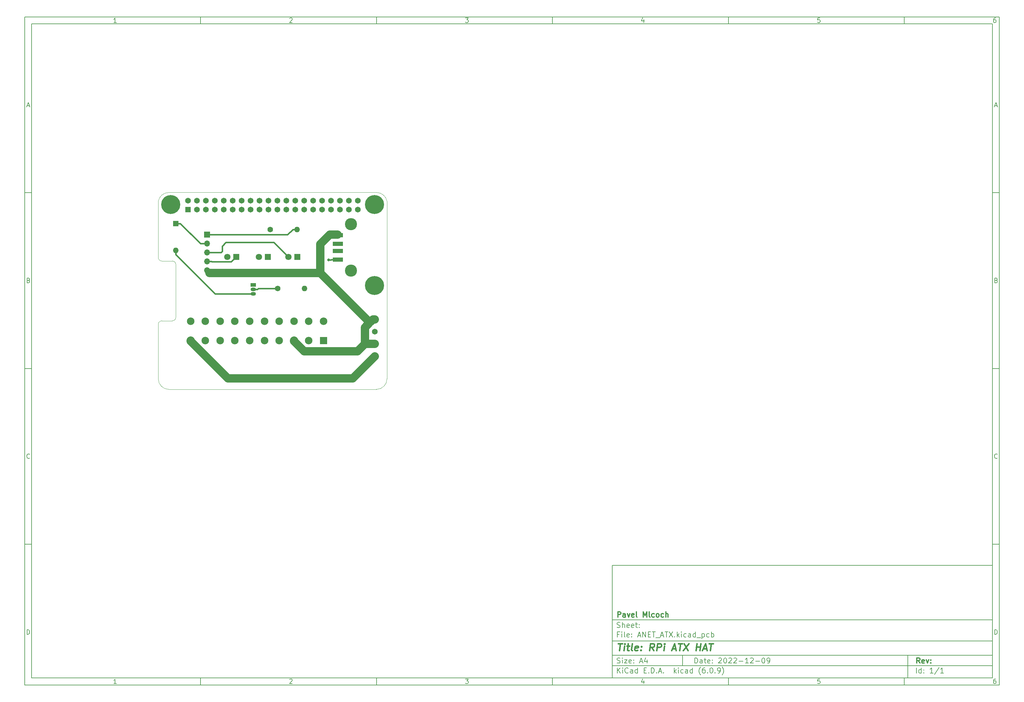
<source format=gbr>
%TF.GenerationSoftware,KiCad,Pcbnew,(6.0.9)*%
%TF.CreationDate,2022-12-14T14:47:33+01:00*%
%TF.ProjectId,ANET_ATX,414e4554-5f41-4545-982e-6b696361645f,rev?*%
%TF.SameCoordinates,Original*%
%TF.FileFunction,Copper,L1,Top*%
%TF.FilePolarity,Positive*%
%FSLAX46Y46*%
G04 Gerber Fmt 4.6, Leading zero omitted, Abs format (unit mm)*
G04 Created by KiCad (PCBNEW (6.0.9)) date 2022-12-14 14:47:33*
%MOMM*%
%LPD*%
G01*
G04 APERTURE LIST*
%ADD10C,0.100000*%
%ADD11C,0.150000*%
%ADD12C,0.300000*%
%ADD13C,0.400000*%
%TA.AperFunction,Profile*%
%ADD14C,0.100000*%
%TD*%
%TA.AperFunction,ComponentPad*%
%ADD15R,1.600000X1.600000*%
%TD*%
%TA.AperFunction,ComponentPad*%
%ADD16O,1.600000X1.600000*%
%TD*%
%TA.AperFunction,ComponentPad*%
%ADD17C,1.650000*%
%TD*%
%TA.AperFunction,ComponentPad*%
%ADD18R,2.150000X2.150000*%
%TD*%
%TA.AperFunction,ComponentPad*%
%ADD19C,2.150000*%
%TD*%
%TA.AperFunction,ComponentPad*%
%ADD20R,1.700000X1.700000*%
%TD*%
%TA.AperFunction,ComponentPad*%
%ADD21O,1.700000X1.700000*%
%TD*%
%TA.AperFunction,ConnectorPad*%
%ADD22C,5.400000*%
%TD*%
%TA.AperFunction,ComponentPad*%
%ADD23C,3.100000*%
%TD*%
%TA.AperFunction,ComponentPad*%
%ADD24R,1.800000X1.800000*%
%TD*%
%TA.AperFunction,ComponentPad*%
%ADD25C,1.800000*%
%TD*%
%TA.AperFunction,ComponentPad*%
%ADD26C,1.600000*%
%TD*%
%TA.AperFunction,SMDPad,CuDef*%
%ADD27R,3.000000X1.250000*%
%TD*%
%TA.AperFunction,ComponentPad*%
%ADD28C,3.450000*%
%TD*%
%TA.AperFunction,ComponentPad*%
%ADD29R,1.650000X1.650000*%
%TD*%
%TA.AperFunction,ComponentPad*%
%ADD30R,1.500000X1.050000*%
%TD*%
%TA.AperFunction,ComponentPad*%
%ADD31O,1.500000X1.050000*%
%TD*%
%TA.AperFunction,ViaPad*%
%ADD32C,0.800000*%
%TD*%
%TA.AperFunction,Conductor*%
%ADD33C,0.440000*%
%TD*%
%TA.AperFunction,Conductor*%
%ADD34C,2.400000*%
%TD*%
%TA.AperFunction,Conductor*%
%ADD35C,1.699800*%
%TD*%
%TA.AperFunction,Conductor*%
%ADD36C,1.249800*%
%TD*%
G04 APERTURE END LIST*
D10*
D11*
X177002200Y-166007200D02*
X177002200Y-198007200D01*
X285002200Y-198007200D01*
X285002200Y-166007200D01*
X177002200Y-166007200D01*
D10*
D11*
X10000000Y-10000000D02*
X10000000Y-200007200D01*
X287002200Y-200007200D01*
X287002200Y-10000000D01*
X10000000Y-10000000D01*
D10*
D11*
X12000000Y-12000000D02*
X12000000Y-198007200D01*
X285002200Y-198007200D01*
X285002200Y-12000000D01*
X12000000Y-12000000D01*
D10*
D11*
X60000000Y-12000000D02*
X60000000Y-10000000D01*
D10*
D11*
X110000000Y-12000000D02*
X110000000Y-10000000D01*
D10*
D11*
X160000000Y-12000000D02*
X160000000Y-10000000D01*
D10*
D11*
X210000000Y-12000000D02*
X210000000Y-10000000D01*
D10*
D11*
X260000000Y-12000000D02*
X260000000Y-10000000D01*
D10*
D11*
X36065476Y-11588095D02*
X35322619Y-11588095D01*
X35694047Y-11588095D02*
X35694047Y-10288095D01*
X35570238Y-10473809D01*
X35446428Y-10597619D01*
X35322619Y-10659523D01*
D10*
D11*
X85322619Y-10411904D02*
X85384523Y-10350000D01*
X85508333Y-10288095D01*
X85817857Y-10288095D01*
X85941666Y-10350000D01*
X86003571Y-10411904D01*
X86065476Y-10535714D01*
X86065476Y-10659523D01*
X86003571Y-10845238D01*
X85260714Y-11588095D01*
X86065476Y-11588095D01*
D10*
D11*
X135260714Y-10288095D02*
X136065476Y-10288095D01*
X135632142Y-10783333D01*
X135817857Y-10783333D01*
X135941666Y-10845238D01*
X136003571Y-10907142D01*
X136065476Y-11030952D01*
X136065476Y-11340476D01*
X136003571Y-11464285D01*
X135941666Y-11526190D01*
X135817857Y-11588095D01*
X135446428Y-11588095D01*
X135322619Y-11526190D01*
X135260714Y-11464285D01*
D10*
D11*
X185941666Y-10721428D02*
X185941666Y-11588095D01*
X185632142Y-10226190D02*
X185322619Y-11154761D01*
X186127380Y-11154761D01*
D10*
D11*
X236003571Y-10288095D02*
X235384523Y-10288095D01*
X235322619Y-10907142D01*
X235384523Y-10845238D01*
X235508333Y-10783333D01*
X235817857Y-10783333D01*
X235941666Y-10845238D01*
X236003571Y-10907142D01*
X236065476Y-11030952D01*
X236065476Y-11340476D01*
X236003571Y-11464285D01*
X235941666Y-11526190D01*
X235817857Y-11588095D01*
X235508333Y-11588095D01*
X235384523Y-11526190D01*
X235322619Y-11464285D01*
D10*
D11*
X285941666Y-10288095D02*
X285694047Y-10288095D01*
X285570238Y-10350000D01*
X285508333Y-10411904D01*
X285384523Y-10597619D01*
X285322619Y-10845238D01*
X285322619Y-11340476D01*
X285384523Y-11464285D01*
X285446428Y-11526190D01*
X285570238Y-11588095D01*
X285817857Y-11588095D01*
X285941666Y-11526190D01*
X286003571Y-11464285D01*
X286065476Y-11340476D01*
X286065476Y-11030952D01*
X286003571Y-10907142D01*
X285941666Y-10845238D01*
X285817857Y-10783333D01*
X285570238Y-10783333D01*
X285446428Y-10845238D01*
X285384523Y-10907142D01*
X285322619Y-11030952D01*
D10*
D11*
X60000000Y-198007200D02*
X60000000Y-200007200D01*
D10*
D11*
X110000000Y-198007200D02*
X110000000Y-200007200D01*
D10*
D11*
X160000000Y-198007200D02*
X160000000Y-200007200D01*
D10*
D11*
X210000000Y-198007200D02*
X210000000Y-200007200D01*
D10*
D11*
X260000000Y-198007200D02*
X260000000Y-200007200D01*
D10*
D11*
X36065476Y-199595295D02*
X35322619Y-199595295D01*
X35694047Y-199595295D02*
X35694047Y-198295295D01*
X35570238Y-198481009D01*
X35446428Y-198604819D01*
X35322619Y-198666723D01*
D10*
D11*
X85322619Y-198419104D02*
X85384523Y-198357200D01*
X85508333Y-198295295D01*
X85817857Y-198295295D01*
X85941666Y-198357200D01*
X86003571Y-198419104D01*
X86065476Y-198542914D01*
X86065476Y-198666723D01*
X86003571Y-198852438D01*
X85260714Y-199595295D01*
X86065476Y-199595295D01*
D10*
D11*
X135260714Y-198295295D02*
X136065476Y-198295295D01*
X135632142Y-198790533D01*
X135817857Y-198790533D01*
X135941666Y-198852438D01*
X136003571Y-198914342D01*
X136065476Y-199038152D01*
X136065476Y-199347676D01*
X136003571Y-199471485D01*
X135941666Y-199533390D01*
X135817857Y-199595295D01*
X135446428Y-199595295D01*
X135322619Y-199533390D01*
X135260714Y-199471485D01*
D10*
D11*
X185941666Y-198728628D02*
X185941666Y-199595295D01*
X185632142Y-198233390D02*
X185322619Y-199161961D01*
X186127380Y-199161961D01*
D10*
D11*
X236003571Y-198295295D02*
X235384523Y-198295295D01*
X235322619Y-198914342D01*
X235384523Y-198852438D01*
X235508333Y-198790533D01*
X235817857Y-198790533D01*
X235941666Y-198852438D01*
X236003571Y-198914342D01*
X236065476Y-199038152D01*
X236065476Y-199347676D01*
X236003571Y-199471485D01*
X235941666Y-199533390D01*
X235817857Y-199595295D01*
X235508333Y-199595295D01*
X235384523Y-199533390D01*
X235322619Y-199471485D01*
D10*
D11*
X285941666Y-198295295D02*
X285694047Y-198295295D01*
X285570238Y-198357200D01*
X285508333Y-198419104D01*
X285384523Y-198604819D01*
X285322619Y-198852438D01*
X285322619Y-199347676D01*
X285384523Y-199471485D01*
X285446428Y-199533390D01*
X285570238Y-199595295D01*
X285817857Y-199595295D01*
X285941666Y-199533390D01*
X286003571Y-199471485D01*
X286065476Y-199347676D01*
X286065476Y-199038152D01*
X286003571Y-198914342D01*
X285941666Y-198852438D01*
X285817857Y-198790533D01*
X285570238Y-198790533D01*
X285446428Y-198852438D01*
X285384523Y-198914342D01*
X285322619Y-199038152D01*
D10*
D11*
X10000000Y-60000000D02*
X12000000Y-60000000D01*
D10*
D11*
X10000000Y-110000000D02*
X12000000Y-110000000D01*
D10*
D11*
X10000000Y-160000000D02*
X12000000Y-160000000D01*
D10*
D11*
X10690476Y-35216666D02*
X11309523Y-35216666D01*
X10566666Y-35588095D02*
X11000000Y-34288095D01*
X11433333Y-35588095D01*
D10*
D11*
X11092857Y-84907142D02*
X11278571Y-84969047D01*
X11340476Y-85030952D01*
X11402380Y-85154761D01*
X11402380Y-85340476D01*
X11340476Y-85464285D01*
X11278571Y-85526190D01*
X11154761Y-85588095D01*
X10659523Y-85588095D01*
X10659523Y-84288095D01*
X11092857Y-84288095D01*
X11216666Y-84350000D01*
X11278571Y-84411904D01*
X11340476Y-84535714D01*
X11340476Y-84659523D01*
X11278571Y-84783333D01*
X11216666Y-84845238D01*
X11092857Y-84907142D01*
X10659523Y-84907142D01*
D10*
D11*
X11402380Y-135464285D02*
X11340476Y-135526190D01*
X11154761Y-135588095D01*
X11030952Y-135588095D01*
X10845238Y-135526190D01*
X10721428Y-135402380D01*
X10659523Y-135278571D01*
X10597619Y-135030952D01*
X10597619Y-134845238D01*
X10659523Y-134597619D01*
X10721428Y-134473809D01*
X10845238Y-134350000D01*
X11030952Y-134288095D01*
X11154761Y-134288095D01*
X11340476Y-134350000D01*
X11402380Y-134411904D01*
D10*
D11*
X10659523Y-185588095D02*
X10659523Y-184288095D01*
X10969047Y-184288095D01*
X11154761Y-184350000D01*
X11278571Y-184473809D01*
X11340476Y-184597619D01*
X11402380Y-184845238D01*
X11402380Y-185030952D01*
X11340476Y-185278571D01*
X11278571Y-185402380D01*
X11154761Y-185526190D01*
X10969047Y-185588095D01*
X10659523Y-185588095D01*
D10*
D11*
X287002200Y-60000000D02*
X285002200Y-60000000D01*
D10*
D11*
X287002200Y-110000000D02*
X285002200Y-110000000D01*
D10*
D11*
X287002200Y-160000000D02*
X285002200Y-160000000D01*
D10*
D11*
X285692676Y-35216666D02*
X286311723Y-35216666D01*
X285568866Y-35588095D02*
X286002200Y-34288095D01*
X286435533Y-35588095D01*
D10*
D11*
X286095057Y-84907142D02*
X286280771Y-84969047D01*
X286342676Y-85030952D01*
X286404580Y-85154761D01*
X286404580Y-85340476D01*
X286342676Y-85464285D01*
X286280771Y-85526190D01*
X286156961Y-85588095D01*
X285661723Y-85588095D01*
X285661723Y-84288095D01*
X286095057Y-84288095D01*
X286218866Y-84350000D01*
X286280771Y-84411904D01*
X286342676Y-84535714D01*
X286342676Y-84659523D01*
X286280771Y-84783333D01*
X286218866Y-84845238D01*
X286095057Y-84907142D01*
X285661723Y-84907142D01*
D10*
D11*
X286404580Y-135464285D02*
X286342676Y-135526190D01*
X286156961Y-135588095D01*
X286033152Y-135588095D01*
X285847438Y-135526190D01*
X285723628Y-135402380D01*
X285661723Y-135278571D01*
X285599819Y-135030952D01*
X285599819Y-134845238D01*
X285661723Y-134597619D01*
X285723628Y-134473809D01*
X285847438Y-134350000D01*
X286033152Y-134288095D01*
X286156961Y-134288095D01*
X286342676Y-134350000D01*
X286404580Y-134411904D01*
D10*
D11*
X285661723Y-185588095D02*
X285661723Y-184288095D01*
X285971247Y-184288095D01*
X286156961Y-184350000D01*
X286280771Y-184473809D01*
X286342676Y-184597619D01*
X286404580Y-184845238D01*
X286404580Y-185030952D01*
X286342676Y-185278571D01*
X286280771Y-185402380D01*
X286156961Y-185526190D01*
X285971247Y-185588095D01*
X285661723Y-185588095D01*
D10*
D11*
X200434342Y-193785771D02*
X200434342Y-192285771D01*
X200791485Y-192285771D01*
X201005771Y-192357200D01*
X201148628Y-192500057D01*
X201220057Y-192642914D01*
X201291485Y-192928628D01*
X201291485Y-193142914D01*
X201220057Y-193428628D01*
X201148628Y-193571485D01*
X201005771Y-193714342D01*
X200791485Y-193785771D01*
X200434342Y-193785771D01*
X202577200Y-193785771D02*
X202577200Y-193000057D01*
X202505771Y-192857200D01*
X202362914Y-192785771D01*
X202077200Y-192785771D01*
X201934342Y-192857200D01*
X202577200Y-193714342D02*
X202434342Y-193785771D01*
X202077200Y-193785771D01*
X201934342Y-193714342D01*
X201862914Y-193571485D01*
X201862914Y-193428628D01*
X201934342Y-193285771D01*
X202077200Y-193214342D01*
X202434342Y-193214342D01*
X202577200Y-193142914D01*
X203077200Y-192785771D02*
X203648628Y-192785771D01*
X203291485Y-192285771D02*
X203291485Y-193571485D01*
X203362914Y-193714342D01*
X203505771Y-193785771D01*
X203648628Y-193785771D01*
X204720057Y-193714342D02*
X204577200Y-193785771D01*
X204291485Y-193785771D01*
X204148628Y-193714342D01*
X204077200Y-193571485D01*
X204077200Y-193000057D01*
X204148628Y-192857200D01*
X204291485Y-192785771D01*
X204577200Y-192785771D01*
X204720057Y-192857200D01*
X204791485Y-193000057D01*
X204791485Y-193142914D01*
X204077200Y-193285771D01*
X205434342Y-193642914D02*
X205505771Y-193714342D01*
X205434342Y-193785771D01*
X205362914Y-193714342D01*
X205434342Y-193642914D01*
X205434342Y-193785771D01*
X205434342Y-192857200D02*
X205505771Y-192928628D01*
X205434342Y-193000057D01*
X205362914Y-192928628D01*
X205434342Y-192857200D01*
X205434342Y-193000057D01*
X207220057Y-192428628D02*
X207291485Y-192357200D01*
X207434342Y-192285771D01*
X207791485Y-192285771D01*
X207934342Y-192357200D01*
X208005771Y-192428628D01*
X208077200Y-192571485D01*
X208077200Y-192714342D01*
X208005771Y-192928628D01*
X207148628Y-193785771D01*
X208077200Y-193785771D01*
X209005771Y-192285771D02*
X209148628Y-192285771D01*
X209291485Y-192357200D01*
X209362914Y-192428628D01*
X209434342Y-192571485D01*
X209505771Y-192857200D01*
X209505771Y-193214342D01*
X209434342Y-193500057D01*
X209362914Y-193642914D01*
X209291485Y-193714342D01*
X209148628Y-193785771D01*
X209005771Y-193785771D01*
X208862914Y-193714342D01*
X208791485Y-193642914D01*
X208720057Y-193500057D01*
X208648628Y-193214342D01*
X208648628Y-192857200D01*
X208720057Y-192571485D01*
X208791485Y-192428628D01*
X208862914Y-192357200D01*
X209005771Y-192285771D01*
X210077200Y-192428628D02*
X210148628Y-192357200D01*
X210291485Y-192285771D01*
X210648628Y-192285771D01*
X210791485Y-192357200D01*
X210862914Y-192428628D01*
X210934342Y-192571485D01*
X210934342Y-192714342D01*
X210862914Y-192928628D01*
X210005771Y-193785771D01*
X210934342Y-193785771D01*
X211505771Y-192428628D02*
X211577200Y-192357200D01*
X211720057Y-192285771D01*
X212077200Y-192285771D01*
X212220057Y-192357200D01*
X212291485Y-192428628D01*
X212362914Y-192571485D01*
X212362914Y-192714342D01*
X212291485Y-192928628D01*
X211434342Y-193785771D01*
X212362914Y-193785771D01*
X213005771Y-193214342D02*
X214148628Y-193214342D01*
X215648628Y-193785771D02*
X214791485Y-193785771D01*
X215220057Y-193785771D02*
X215220057Y-192285771D01*
X215077200Y-192500057D01*
X214934342Y-192642914D01*
X214791485Y-192714342D01*
X216220057Y-192428628D02*
X216291485Y-192357200D01*
X216434342Y-192285771D01*
X216791485Y-192285771D01*
X216934342Y-192357200D01*
X217005771Y-192428628D01*
X217077200Y-192571485D01*
X217077200Y-192714342D01*
X217005771Y-192928628D01*
X216148628Y-193785771D01*
X217077200Y-193785771D01*
X217720057Y-193214342D02*
X218862914Y-193214342D01*
X219862914Y-192285771D02*
X220005771Y-192285771D01*
X220148628Y-192357200D01*
X220220057Y-192428628D01*
X220291485Y-192571485D01*
X220362914Y-192857200D01*
X220362914Y-193214342D01*
X220291485Y-193500057D01*
X220220057Y-193642914D01*
X220148628Y-193714342D01*
X220005771Y-193785771D01*
X219862914Y-193785771D01*
X219720057Y-193714342D01*
X219648628Y-193642914D01*
X219577200Y-193500057D01*
X219505771Y-193214342D01*
X219505771Y-192857200D01*
X219577200Y-192571485D01*
X219648628Y-192428628D01*
X219720057Y-192357200D01*
X219862914Y-192285771D01*
X221077200Y-193785771D02*
X221362914Y-193785771D01*
X221505771Y-193714342D01*
X221577200Y-193642914D01*
X221720057Y-193428628D01*
X221791485Y-193142914D01*
X221791485Y-192571485D01*
X221720057Y-192428628D01*
X221648628Y-192357200D01*
X221505771Y-192285771D01*
X221220057Y-192285771D01*
X221077200Y-192357200D01*
X221005771Y-192428628D01*
X220934342Y-192571485D01*
X220934342Y-192928628D01*
X221005771Y-193071485D01*
X221077200Y-193142914D01*
X221220057Y-193214342D01*
X221505771Y-193214342D01*
X221648628Y-193142914D01*
X221720057Y-193071485D01*
X221791485Y-192928628D01*
D10*
D11*
X177002200Y-194507200D02*
X285002200Y-194507200D01*
D10*
D11*
X178434342Y-196585771D02*
X178434342Y-195085771D01*
X179291485Y-196585771D02*
X178648628Y-195728628D01*
X179291485Y-195085771D02*
X178434342Y-195942914D01*
X179934342Y-196585771D02*
X179934342Y-195585771D01*
X179934342Y-195085771D02*
X179862914Y-195157200D01*
X179934342Y-195228628D01*
X180005771Y-195157200D01*
X179934342Y-195085771D01*
X179934342Y-195228628D01*
X181505771Y-196442914D02*
X181434342Y-196514342D01*
X181220057Y-196585771D01*
X181077200Y-196585771D01*
X180862914Y-196514342D01*
X180720057Y-196371485D01*
X180648628Y-196228628D01*
X180577200Y-195942914D01*
X180577200Y-195728628D01*
X180648628Y-195442914D01*
X180720057Y-195300057D01*
X180862914Y-195157200D01*
X181077200Y-195085771D01*
X181220057Y-195085771D01*
X181434342Y-195157200D01*
X181505771Y-195228628D01*
X182791485Y-196585771D02*
X182791485Y-195800057D01*
X182720057Y-195657200D01*
X182577200Y-195585771D01*
X182291485Y-195585771D01*
X182148628Y-195657200D01*
X182791485Y-196514342D02*
X182648628Y-196585771D01*
X182291485Y-196585771D01*
X182148628Y-196514342D01*
X182077200Y-196371485D01*
X182077200Y-196228628D01*
X182148628Y-196085771D01*
X182291485Y-196014342D01*
X182648628Y-196014342D01*
X182791485Y-195942914D01*
X184148628Y-196585771D02*
X184148628Y-195085771D01*
X184148628Y-196514342D02*
X184005771Y-196585771D01*
X183720057Y-196585771D01*
X183577200Y-196514342D01*
X183505771Y-196442914D01*
X183434342Y-196300057D01*
X183434342Y-195871485D01*
X183505771Y-195728628D01*
X183577200Y-195657200D01*
X183720057Y-195585771D01*
X184005771Y-195585771D01*
X184148628Y-195657200D01*
X186005771Y-195800057D02*
X186505771Y-195800057D01*
X186720057Y-196585771D02*
X186005771Y-196585771D01*
X186005771Y-195085771D01*
X186720057Y-195085771D01*
X187362914Y-196442914D02*
X187434342Y-196514342D01*
X187362914Y-196585771D01*
X187291485Y-196514342D01*
X187362914Y-196442914D01*
X187362914Y-196585771D01*
X188077200Y-196585771D02*
X188077200Y-195085771D01*
X188434342Y-195085771D01*
X188648628Y-195157200D01*
X188791485Y-195300057D01*
X188862914Y-195442914D01*
X188934342Y-195728628D01*
X188934342Y-195942914D01*
X188862914Y-196228628D01*
X188791485Y-196371485D01*
X188648628Y-196514342D01*
X188434342Y-196585771D01*
X188077200Y-196585771D01*
X189577200Y-196442914D02*
X189648628Y-196514342D01*
X189577200Y-196585771D01*
X189505771Y-196514342D01*
X189577200Y-196442914D01*
X189577200Y-196585771D01*
X190220057Y-196157200D02*
X190934342Y-196157200D01*
X190077200Y-196585771D02*
X190577200Y-195085771D01*
X191077200Y-196585771D01*
X191577200Y-196442914D02*
X191648628Y-196514342D01*
X191577200Y-196585771D01*
X191505771Y-196514342D01*
X191577200Y-196442914D01*
X191577200Y-196585771D01*
X194577200Y-196585771D02*
X194577200Y-195085771D01*
X194720057Y-196014342D02*
X195148628Y-196585771D01*
X195148628Y-195585771D02*
X194577200Y-196157200D01*
X195791485Y-196585771D02*
X195791485Y-195585771D01*
X195791485Y-195085771D02*
X195720057Y-195157200D01*
X195791485Y-195228628D01*
X195862914Y-195157200D01*
X195791485Y-195085771D01*
X195791485Y-195228628D01*
X197148628Y-196514342D02*
X197005771Y-196585771D01*
X196720057Y-196585771D01*
X196577200Y-196514342D01*
X196505771Y-196442914D01*
X196434342Y-196300057D01*
X196434342Y-195871485D01*
X196505771Y-195728628D01*
X196577200Y-195657200D01*
X196720057Y-195585771D01*
X197005771Y-195585771D01*
X197148628Y-195657200D01*
X198434342Y-196585771D02*
X198434342Y-195800057D01*
X198362914Y-195657200D01*
X198220057Y-195585771D01*
X197934342Y-195585771D01*
X197791485Y-195657200D01*
X198434342Y-196514342D02*
X198291485Y-196585771D01*
X197934342Y-196585771D01*
X197791485Y-196514342D01*
X197720057Y-196371485D01*
X197720057Y-196228628D01*
X197791485Y-196085771D01*
X197934342Y-196014342D01*
X198291485Y-196014342D01*
X198434342Y-195942914D01*
X199791485Y-196585771D02*
X199791485Y-195085771D01*
X199791485Y-196514342D02*
X199648628Y-196585771D01*
X199362914Y-196585771D01*
X199220057Y-196514342D01*
X199148628Y-196442914D01*
X199077200Y-196300057D01*
X199077200Y-195871485D01*
X199148628Y-195728628D01*
X199220057Y-195657200D01*
X199362914Y-195585771D01*
X199648628Y-195585771D01*
X199791485Y-195657200D01*
X202077200Y-197157200D02*
X202005771Y-197085771D01*
X201862914Y-196871485D01*
X201791485Y-196728628D01*
X201720057Y-196514342D01*
X201648628Y-196157200D01*
X201648628Y-195871485D01*
X201720057Y-195514342D01*
X201791485Y-195300057D01*
X201862914Y-195157200D01*
X202005771Y-194942914D01*
X202077200Y-194871485D01*
X203291485Y-195085771D02*
X203005771Y-195085771D01*
X202862914Y-195157200D01*
X202791485Y-195228628D01*
X202648628Y-195442914D01*
X202577200Y-195728628D01*
X202577200Y-196300057D01*
X202648628Y-196442914D01*
X202720057Y-196514342D01*
X202862914Y-196585771D01*
X203148628Y-196585771D01*
X203291485Y-196514342D01*
X203362914Y-196442914D01*
X203434342Y-196300057D01*
X203434342Y-195942914D01*
X203362914Y-195800057D01*
X203291485Y-195728628D01*
X203148628Y-195657200D01*
X202862914Y-195657200D01*
X202720057Y-195728628D01*
X202648628Y-195800057D01*
X202577200Y-195942914D01*
X204077200Y-196442914D02*
X204148628Y-196514342D01*
X204077200Y-196585771D01*
X204005771Y-196514342D01*
X204077200Y-196442914D01*
X204077200Y-196585771D01*
X205077200Y-195085771D02*
X205220057Y-195085771D01*
X205362914Y-195157200D01*
X205434342Y-195228628D01*
X205505771Y-195371485D01*
X205577200Y-195657200D01*
X205577200Y-196014342D01*
X205505771Y-196300057D01*
X205434342Y-196442914D01*
X205362914Y-196514342D01*
X205220057Y-196585771D01*
X205077200Y-196585771D01*
X204934342Y-196514342D01*
X204862914Y-196442914D01*
X204791485Y-196300057D01*
X204720057Y-196014342D01*
X204720057Y-195657200D01*
X204791485Y-195371485D01*
X204862914Y-195228628D01*
X204934342Y-195157200D01*
X205077200Y-195085771D01*
X206220057Y-196442914D02*
X206291485Y-196514342D01*
X206220057Y-196585771D01*
X206148628Y-196514342D01*
X206220057Y-196442914D01*
X206220057Y-196585771D01*
X207005771Y-196585771D02*
X207291485Y-196585771D01*
X207434342Y-196514342D01*
X207505771Y-196442914D01*
X207648628Y-196228628D01*
X207720057Y-195942914D01*
X207720057Y-195371485D01*
X207648628Y-195228628D01*
X207577200Y-195157200D01*
X207434342Y-195085771D01*
X207148628Y-195085771D01*
X207005771Y-195157200D01*
X206934342Y-195228628D01*
X206862914Y-195371485D01*
X206862914Y-195728628D01*
X206934342Y-195871485D01*
X207005771Y-195942914D01*
X207148628Y-196014342D01*
X207434342Y-196014342D01*
X207577200Y-195942914D01*
X207648628Y-195871485D01*
X207720057Y-195728628D01*
X208220057Y-197157200D02*
X208291485Y-197085771D01*
X208434342Y-196871485D01*
X208505771Y-196728628D01*
X208577200Y-196514342D01*
X208648628Y-196157200D01*
X208648628Y-195871485D01*
X208577200Y-195514342D01*
X208505771Y-195300057D01*
X208434342Y-195157200D01*
X208291485Y-194942914D01*
X208220057Y-194871485D01*
D10*
D11*
X177002200Y-191507200D02*
X285002200Y-191507200D01*
D10*
D12*
X264411485Y-193785771D02*
X263911485Y-193071485D01*
X263554342Y-193785771D02*
X263554342Y-192285771D01*
X264125771Y-192285771D01*
X264268628Y-192357200D01*
X264340057Y-192428628D01*
X264411485Y-192571485D01*
X264411485Y-192785771D01*
X264340057Y-192928628D01*
X264268628Y-193000057D01*
X264125771Y-193071485D01*
X263554342Y-193071485D01*
X265625771Y-193714342D02*
X265482914Y-193785771D01*
X265197200Y-193785771D01*
X265054342Y-193714342D01*
X264982914Y-193571485D01*
X264982914Y-193000057D01*
X265054342Y-192857200D01*
X265197200Y-192785771D01*
X265482914Y-192785771D01*
X265625771Y-192857200D01*
X265697200Y-193000057D01*
X265697200Y-193142914D01*
X264982914Y-193285771D01*
X266197200Y-192785771D02*
X266554342Y-193785771D01*
X266911485Y-192785771D01*
X267482914Y-193642914D02*
X267554342Y-193714342D01*
X267482914Y-193785771D01*
X267411485Y-193714342D01*
X267482914Y-193642914D01*
X267482914Y-193785771D01*
X267482914Y-192857200D02*
X267554342Y-192928628D01*
X267482914Y-193000057D01*
X267411485Y-192928628D01*
X267482914Y-192857200D01*
X267482914Y-193000057D01*
D10*
D11*
X178362914Y-193714342D02*
X178577200Y-193785771D01*
X178934342Y-193785771D01*
X179077200Y-193714342D01*
X179148628Y-193642914D01*
X179220057Y-193500057D01*
X179220057Y-193357200D01*
X179148628Y-193214342D01*
X179077200Y-193142914D01*
X178934342Y-193071485D01*
X178648628Y-193000057D01*
X178505771Y-192928628D01*
X178434342Y-192857200D01*
X178362914Y-192714342D01*
X178362914Y-192571485D01*
X178434342Y-192428628D01*
X178505771Y-192357200D01*
X178648628Y-192285771D01*
X179005771Y-192285771D01*
X179220057Y-192357200D01*
X179862914Y-193785771D02*
X179862914Y-192785771D01*
X179862914Y-192285771D02*
X179791485Y-192357200D01*
X179862914Y-192428628D01*
X179934342Y-192357200D01*
X179862914Y-192285771D01*
X179862914Y-192428628D01*
X180434342Y-192785771D02*
X181220057Y-192785771D01*
X180434342Y-193785771D01*
X181220057Y-193785771D01*
X182362914Y-193714342D02*
X182220057Y-193785771D01*
X181934342Y-193785771D01*
X181791485Y-193714342D01*
X181720057Y-193571485D01*
X181720057Y-193000057D01*
X181791485Y-192857200D01*
X181934342Y-192785771D01*
X182220057Y-192785771D01*
X182362914Y-192857200D01*
X182434342Y-193000057D01*
X182434342Y-193142914D01*
X181720057Y-193285771D01*
X183077200Y-193642914D02*
X183148628Y-193714342D01*
X183077200Y-193785771D01*
X183005771Y-193714342D01*
X183077200Y-193642914D01*
X183077200Y-193785771D01*
X183077200Y-192857200D02*
X183148628Y-192928628D01*
X183077200Y-193000057D01*
X183005771Y-192928628D01*
X183077200Y-192857200D01*
X183077200Y-193000057D01*
X184862914Y-193357200D02*
X185577200Y-193357200D01*
X184720057Y-193785771D02*
X185220057Y-192285771D01*
X185720057Y-193785771D01*
X186862914Y-192785771D02*
X186862914Y-193785771D01*
X186505771Y-192214342D02*
X186148628Y-193285771D01*
X187077200Y-193285771D01*
D10*
D11*
X263434342Y-196585771D02*
X263434342Y-195085771D01*
X264791485Y-196585771D02*
X264791485Y-195085771D01*
X264791485Y-196514342D02*
X264648628Y-196585771D01*
X264362914Y-196585771D01*
X264220057Y-196514342D01*
X264148628Y-196442914D01*
X264077200Y-196300057D01*
X264077200Y-195871485D01*
X264148628Y-195728628D01*
X264220057Y-195657200D01*
X264362914Y-195585771D01*
X264648628Y-195585771D01*
X264791485Y-195657200D01*
X265505771Y-196442914D02*
X265577200Y-196514342D01*
X265505771Y-196585771D01*
X265434342Y-196514342D01*
X265505771Y-196442914D01*
X265505771Y-196585771D01*
X265505771Y-195657200D02*
X265577200Y-195728628D01*
X265505771Y-195800057D01*
X265434342Y-195728628D01*
X265505771Y-195657200D01*
X265505771Y-195800057D01*
X268148628Y-196585771D02*
X267291485Y-196585771D01*
X267720057Y-196585771D02*
X267720057Y-195085771D01*
X267577200Y-195300057D01*
X267434342Y-195442914D01*
X267291485Y-195514342D01*
X269862914Y-195014342D02*
X268577200Y-196942914D01*
X271148628Y-196585771D02*
X270291485Y-196585771D01*
X270720057Y-196585771D02*
X270720057Y-195085771D01*
X270577200Y-195300057D01*
X270434342Y-195442914D01*
X270291485Y-195514342D01*
D10*
D11*
X177002200Y-187507200D02*
X285002200Y-187507200D01*
D10*
D13*
X178714580Y-188211961D02*
X179857438Y-188211961D01*
X179036009Y-190211961D02*
X179286009Y-188211961D01*
X180274104Y-190211961D02*
X180440771Y-188878628D01*
X180524104Y-188211961D02*
X180416961Y-188307200D01*
X180500295Y-188402438D01*
X180607438Y-188307200D01*
X180524104Y-188211961D01*
X180500295Y-188402438D01*
X181107438Y-188878628D02*
X181869342Y-188878628D01*
X181476485Y-188211961D02*
X181262200Y-189926247D01*
X181333628Y-190116723D01*
X181512200Y-190211961D01*
X181702676Y-190211961D01*
X182655057Y-190211961D02*
X182476485Y-190116723D01*
X182405057Y-189926247D01*
X182619342Y-188211961D01*
X184190771Y-190116723D02*
X183988390Y-190211961D01*
X183607438Y-190211961D01*
X183428866Y-190116723D01*
X183357438Y-189926247D01*
X183452676Y-189164342D01*
X183571723Y-188973866D01*
X183774104Y-188878628D01*
X184155057Y-188878628D01*
X184333628Y-188973866D01*
X184405057Y-189164342D01*
X184381247Y-189354819D01*
X183405057Y-189545295D01*
X185155057Y-190021485D02*
X185238390Y-190116723D01*
X185131247Y-190211961D01*
X185047914Y-190116723D01*
X185155057Y-190021485D01*
X185131247Y-190211961D01*
X185286009Y-188973866D02*
X185369342Y-189069104D01*
X185262200Y-189164342D01*
X185178866Y-189069104D01*
X185286009Y-188973866D01*
X185262200Y-189164342D01*
X188750295Y-190211961D02*
X188202676Y-189259580D01*
X187607438Y-190211961D02*
X187857438Y-188211961D01*
X188619342Y-188211961D01*
X188797914Y-188307200D01*
X188881247Y-188402438D01*
X188952676Y-188592914D01*
X188916961Y-188878628D01*
X188797914Y-189069104D01*
X188690771Y-189164342D01*
X188488390Y-189259580D01*
X187726485Y-189259580D01*
X189607438Y-190211961D02*
X189857438Y-188211961D01*
X190619342Y-188211961D01*
X190797914Y-188307200D01*
X190881247Y-188402438D01*
X190952676Y-188592914D01*
X190916961Y-188878628D01*
X190797914Y-189069104D01*
X190690771Y-189164342D01*
X190488390Y-189259580D01*
X189726485Y-189259580D01*
X191607438Y-190211961D02*
X191774104Y-188878628D01*
X191857438Y-188211961D02*
X191750295Y-188307200D01*
X191833628Y-188402438D01*
X191940771Y-188307200D01*
X191857438Y-188211961D01*
X191833628Y-188402438D01*
X194059819Y-189640533D02*
X195012200Y-189640533D01*
X193797914Y-190211961D02*
X194714580Y-188211961D01*
X195131247Y-190211961D01*
X195762200Y-188211961D02*
X196905057Y-188211961D01*
X196083628Y-190211961D02*
X196333628Y-188211961D01*
X197381247Y-188211961D02*
X198464580Y-190211961D01*
X198714580Y-188211961D02*
X197131247Y-190211961D01*
X200750295Y-190211961D02*
X201000295Y-188211961D01*
X200881247Y-189164342D02*
X202024104Y-189164342D01*
X201893152Y-190211961D02*
X202143152Y-188211961D01*
X202821723Y-189640533D02*
X203774104Y-189640533D01*
X202559819Y-190211961D02*
X203476485Y-188211961D01*
X203893152Y-190211961D01*
X204524104Y-188211961D02*
X205666961Y-188211961D01*
X204845533Y-190211961D02*
X205095533Y-188211961D01*
D10*
D11*
X178934342Y-185600057D02*
X178434342Y-185600057D01*
X178434342Y-186385771D02*
X178434342Y-184885771D01*
X179148628Y-184885771D01*
X179720057Y-186385771D02*
X179720057Y-185385771D01*
X179720057Y-184885771D02*
X179648628Y-184957200D01*
X179720057Y-185028628D01*
X179791485Y-184957200D01*
X179720057Y-184885771D01*
X179720057Y-185028628D01*
X180648628Y-186385771D02*
X180505771Y-186314342D01*
X180434342Y-186171485D01*
X180434342Y-184885771D01*
X181791485Y-186314342D02*
X181648628Y-186385771D01*
X181362914Y-186385771D01*
X181220057Y-186314342D01*
X181148628Y-186171485D01*
X181148628Y-185600057D01*
X181220057Y-185457200D01*
X181362914Y-185385771D01*
X181648628Y-185385771D01*
X181791485Y-185457200D01*
X181862914Y-185600057D01*
X181862914Y-185742914D01*
X181148628Y-185885771D01*
X182505771Y-186242914D02*
X182577200Y-186314342D01*
X182505771Y-186385771D01*
X182434342Y-186314342D01*
X182505771Y-186242914D01*
X182505771Y-186385771D01*
X182505771Y-185457200D02*
X182577200Y-185528628D01*
X182505771Y-185600057D01*
X182434342Y-185528628D01*
X182505771Y-185457200D01*
X182505771Y-185600057D01*
X184291485Y-185957200D02*
X185005771Y-185957200D01*
X184148628Y-186385771D02*
X184648628Y-184885771D01*
X185148628Y-186385771D01*
X185648628Y-186385771D02*
X185648628Y-184885771D01*
X186505771Y-186385771D01*
X186505771Y-184885771D01*
X187220057Y-185600057D02*
X187720057Y-185600057D01*
X187934342Y-186385771D02*
X187220057Y-186385771D01*
X187220057Y-184885771D01*
X187934342Y-184885771D01*
X188362914Y-184885771D02*
X189220057Y-184885771D01*
X188791485Y-186385771D02*
X188791485Y-184885771D01*
X189362914Y-186528628D02*
X190505771Y-186528628D01*
X190791485Y-185957200D02*
X191505771Y-185957200D01*
X190648628Y-186385771D02*
X191148628Y-184885771D01*
X191648628Y-186385771D01*
X191934342Y-184885771D02*
X192791485Y-184885771D01*
X192362914Y-186385771D02*
X192362914Y-184885771D01*
X193148628Y-184885771D02*
X194148628Y-186385771D01*
X194148628Y-184885771D02*
X193148628Y-186385771D01*
X194720057Y-186242914D02*
X194791485Y-186314342D01*
X194720057Y-186385771D01*
X194648628Y-186314342D01*
X194720057Y-186242914D01*
X194720057Y-186385771D01*
X195434342Y-186385771D02*
X195434342Y-184885771D01*
X195577200Y-185814342D02*
X196005771Y-186385771D01*
X196005771Y-185385771D02*
X195434342Y-185957200D01*
X196648628Y-186385771D02*
X196648628Y-185385771D01*
X196648628Y-184885771D02*
X196577200Y-184957200D01*
X196648628Y-185028628D01*
X196720057Y-184957200D01*
X196648628Y-184885771D01*
X196648628Y-185028628D01*
X198005771Y-186314342D02*
X197862914Y-186385771D01*
X197577200Y-186385771D01*
X197434342Y-186314342D01*
X197362914Y-186242914D01*
X197291485Y-186100057D01*
X197291485Y-185671485D01*
X197362914Y-185528628D01*
X197434342Y-185457200D01*
X197577200Y-185385771D01*
X197862914Y-185385771D01*
X198005771Y-185457200D01*
X199291485Y-186385771D02*
X199291485Y-185600057D01*
X199220057Y-185457200D01*
X199077200Y-185385771D01*
X198791485Y-185385771D01*
X198648628Y-185457200D01*
X199291485Y-186314342D02*
X199148628Y-186385771D01*
X198791485Y-186385771D01*
X198648628Y-186314342D01*
X198577200Y-186171485D01*
X198577200Y-186028628D01*
X198648628Y-185885771D01*
X198791485Y-185814342D01*
X199148628Y-185814342D01*
X199291485Y-185742914D01*
X200648628Y-186385771D02*
X200648628Y-184885771D01*
X200648628Y-186314342D02*
X200505771Y-186385771D01*
X200220057Y-186385771D01*
X200077200Y-186314342D01*
X200005771Y-186242914D01*
X199934342Y-186100057D01*
X199934342Y-185671485D01*
X200005771Y-185528628D01*
X200077200Y-185457200D01*
X200220057Y-185385771D01*
X200505771Y-185385771D01*
X200648628Y-185457200D01*
X201005771Y-186528628D02*
X202148628Y-186528628D01*
X202505771Y-185385771D02*
X202505771Y-186885771D01*
X202505771Y-185457200D02*
X202648628Y-185385771D01*
X202934342Y-185385771D01*
X203077200Y-185457200D01*
X203148628Y-185528628D01*
X203220057Y-185671485D01*
X203220057Y-186100057D01*
X203148628Y-186242914D01*
X203077200Y-186314342D01*
X202934342Y-186385771D01*
X202648628Y-186385771D01*
X202505771Y-186314342D01*
X204505771Y-186314342D02*
X204362914Y-186385771D01*
X204077200Y-186385771D01*
X203934342Y-186314342D01*
X203862914Y-186242914D01*
X203791485Y-186100057D01*
X203791485Y-185671485D01*
X203862914Y-185528628D01*
X203934342Y-185457200D01*
X204077200Y-185385771D01*
X204362914Y-185385771D01*
X204505771Y-185457200D01*
X205148628Y-186385771D02*
X205148628Y-184885771D01*
X205148628Y-185457200D02*
X205291485Y-185385771D01*
X205577200Y-185385771D01*
X205720057Y-185457200D01*
X205791485Y-185528628D01*
X205862914Y-185671485D01*
X205862914Y-186100057D01*
X205791485Y-186242914D01*
X205720057Y-186314342D01*
X205577200Y-186385771D01*
X205291485Y-186385771D01*
X205148628Y-186314342D01*
D10*
D11*
X177002200Y-181507200D02*
X285002200Y-181507200D01*
D10*
D11*
X178362914Y-183614342D02*
X178577200Y-183685771D01*
X178934342Y-183685771D01*
X179077200Y-183614342D01*
X179148628Y-183542914D01*
X179220057Y-183400057D01*
X179220057Y-183257200D01*
X179148628Y-183114342D01*
X179077200Y-183042914D01*
X178934342Y-182971485D01*
X178648628Y-182900057D01*
X178505771Y-182828628D01*
X178434342Y-182757200D01*
X178362914Y-182614342D01*
X178362914Y-182471485D01*
X178434342Y-182328628D01*
X178505771Y-182257200D01*
X178648628Y-182185771D01*
X179005771Y-182185771D01*
X179220057Y-182257200D01*
X179862914Y-183685771D02*
X179862914Y-182185771D01*
X180505771Y-183685771D02*
X180505771Y-182900057D01*
X180434342Y-182757200D01*
X180291485Y-182685771D01*
X180077200Y-182685771D01*
X179934342Y-182757200D01*
X179862914Y-182828628D01*
X181791485Y-183614342D02*
X181648628Y-183685771D01*
X181362914Y-183685771D01*
X181220057Y-183614342D01*
X181148628Y-183471485D01*
X181148628Y-182900057D01*
X181220057Y-182757200D01*
X181362914Y-182685771D01*
X181648628Y-182685771D01*
X181791485Y-182757200D01*
X181862914Y-182900057D01*
X181862914Y-183042914D01*
X181148628Y-183185771D01*
X183077200Y-183614342D02*
X182934342Y-183685771D01*
X182648628Y-183685771D01*
X182505771Y-183614342D01*
X182434342Y-183471485D01*
X182434342Y-182900057D01*
X182505771Y-182757200D01*
X182648628Y-182685771D01*
X182934342Y-182685771D01*
X183077200Y-182757200D01*
X183148628Y-182900057D01*
X183148628Y-183042914D01*
X182434342Y-183185771D01*
X183577200Y-182685771D02*
X184148628Y-182685771D01*
X183791485Y-182185771D02*
X183791485Y-183471485D01*
X183862914Y-183614342D01*
X184005771Y-183685771D01*
X184148628Y-183685771D01*
X184648628Y-183542914D02*
X184720057Y-183614342D01*
X184648628Y-183685771D01*
X184577200Y-183614342D01*
X184648628Y-183542914D01*
X184648628Y-183685771D01*
X184648628Y-182757200D02*
X184720057Y-182828628D01*
X184648628Y-182900057D01*
X184577200Y-182828628D01*
X184648628Y-182757200D01*
X184648628Y-182900057D01*
D10*
D12*
X178554342Y-180685771D02*
X178554342Y-179185771D01*
X179125771Y-179185771D01*
X179268628Y-179257200D01*
X179340057Y-179328628D01*
X179411485Y-179471485D01*
X179411485Y-179685771D01*
X179340057Y-179828628D01*
X179268628Y-179900057D01*
X179125771Y-179971485D01*
X178554342Y-179971485D01*
X180697200Y-180685771D02*
X180697200Y-179900057D01*
X180625771Y-179757200D01*
X180482914Y-179685771D01*
X180197200Y-179685771D01*
X180054342Y-179757200D01*
X180697200Y-180614342D02*
X180554342Y-180685771D01*
X180197200Y-180685771D01*
X180054342Y-180614342D01*
X179982914Y-180471485D01*
X179982914Y-180328628D01*
X180054342Y-180185771D01*
X180197200Y-180114342D01*
X180554342Y-180114342D01*
X180697200Y-180042914D01*
X181268628Y-179685771D02*
X181625771Y-180685771D01*
X181982914Y-179685771D01*
X183125771Y-180614342D02*
X182982914Y-180685771D01*
X182697200Y-180685771D01*
X182554342Y-180614342D01*
X182482914Y-180471485D01*
X182482914Y-179900057D01*
X182554342Y-179757200D01*
X182697200Y-179685771D01*
X182982914Y-179685771D01*
X183125771Y-179757200D01*
X183197200Y-179900057D01*
X183197200Y-180042914D01*
X182482914Y-180185771D01*
X184054342Y-180685771D02*
X183911485Y-180614342D01*
X183840057Y-180471485D01*
X183840057Y-179185771D01*
X185768628Y-180685771D02*
X185768628Y-179185771D01*
X186268628Y-180257200D01*
X186768628Y-179185771D01*
X186768628Y-180685771D01*
X187697200Y-180685771D02*
X187554342Y-180614342D01*
X187482914Y-180471485D01*
X187482914Y-179185771D01*
X188911485Y-180614342D02*
X188768628Y-180685771D01*
X188482914Y-180685771D01*
X188340057Y-180614342D01*
X188268628Y-180542914D01*
X188197200Y-180400057D01*
X188197200Y-179971485D01*
X188268628Y-179828628D01*
X188340057Y-179757200D01*
X188482914Y-179685771D01*
X188768628Y-179685771D01*
X188911485Y-179757200D01*
X189768628Y-180685771D02*
X189625771Y-180614342D01*
X189554342Y-180542914D01*
X189482914Y-180400057D01*
X189482914Y-179971485D01*
X189554342Y-179828628D01*
X189625771Y-179757200D01*
X189768628Y-179685771D01*
X189982914Y-179685771D01*
X190125771Y-179757200D01*
X190197200Y-179828628D01*
X190268628Y-179971485D01*
X190268628Y-180400057D01*
X190197200Y-180542914D01*
X190125771Y-180614342D01*
X189982914Y-180685771D01*
X189768628Y-180685771D01*
X191554342Y-180614342D02*
X191411485Y-180685771D01*
X191125771Y-180685771D01*
X190982914Y-180614342D01*
X190911485Y-180542914D01*
X190840057Y-180400057D01*
X190840057Y-179971485D01*
X190911485Y-179828628D01*
X190982914Y-179757200D01*
X191125771Y-179685771D01*
X191411485Y-179685771D01*
X191554342Y-179757200D01*
X192197200Y-180685771D02*
X192197200Y-179185771D01*
X192840057Y-180685771D02*
X192840057Y-179900057D01*
X192768628Y-179757200D01*
X192625771Y-179685771D01*
X192411485Y-179685771D01*
X192268628Y-179757200D01*
X192197200Y-179828628D01*
D10*
D11*
D10*
D11*
D10*
D11*
D10*
D11*
D10*
D11*
X197002200Y-191507200D02*
X197002200Y-194507200D01*
D10*
D11*
X261002200Y-191507200D02*
X261002200Y-198007200D01*
D14*
X47975000Y-112925000D02*
G75*
G03*
X50975000Y-115925000I3000000J0D01*
G01*
X50975000Y-59925000D02*
G75*
G03*
X47975000Y-62425000I0J-3050000D01*
G01*
X47975000Y-62425000D02*
X47975000Y-78425000D01*
X52975000Y-80425000D02*
X52975000Y-95425000D01*
X51975000Y-96425000D02*
G75*
G03*
X52975000Y-95425000I0J1000000D01*
G01*
X47975000Y-97425000D02*
X47975000Y-112925000D01*
X52975000Y-80425000D02*
G75*
G03*
X51975000Y-79425000I-1000000J0D01*
G01*
X47975000Y-78425000D02*
G75*
G03*
X48975000Y-79425000I1000000J0D01*
G01*
X48975000Y-96425000D02*
G75*
G03*
X47975000Y-97425000I0J-1000000D01*
G01*
X48975000Y-96425000D02*
X51975000Y-96425000D01*
X48975000Y-79425000D02*
X51975000Y-79425000D01*
X109975000Y-115925000D02*
G75*
G03*
X112975000Y-112925000I0J3000000D01*
G01*
X112975000Y-62425000D02*
X112975000Y-112925000D01*
X112975000Y-62425000D02*
G75*
G03*
X109975000Y-59925000I-3000000J-550000D01*
G01*
X50975000Y-115925000D02*
X109975000Y-115925000D01*
X50975000Y-59925000D02*
X109975000Y-59925000D01*
D15*
%TO.P,BYPASS,1*%
%TO.N,+3.3V*%
X52975000Y-68750000D03*
D16*
%TO.P,BYPASS,2*%
%TO.N,Net-(J2ATX1-Pad16)*%
X52975000Y-76370000D03*
%TD*%
D17*
%TO.P,J4,1,1*%
%TO.N,GND*%
X109525000Y-96000000D03*
%TO.P,J4,2,2*%
%TO.N,12V*%
X109525000Y-99500000D03*
%TD*%
D18*
%TO.P,ATX24P,1,1*%
%TO.N,unconnected-(J2ATX1-Pad1)*%
X94950000Y-102025000D03*
D19*
%TO.P,ATX24P,2,2*%
%TO.N,unconnected-(J2ATX1-Pad2)*%
X90750000Y-102025000D03*
%TO.P,ATX24P,3,3*%
%TO.N,GND*%
X86550000Y-102025000D03*
%TO.P,ATX24P,4,4*%
%TO.N,+5V*%
X82350000Y-102025000D03*
%TO.P,ATX24P,5,5*%
%TO.N,unconnected-(J2ATX1-Pad5)*%
X78150000Y-102025000D03*
%TO.P,ATX24P,6,6*%
%TO.N,unconnected-(J2ATX1-Pad6)*%
X73950000Y-102025000D03*
%TO.P,ATX24P,7,7*%
%TO.N,unconnected-(J2ATX1-Pad7)*%
X69750000Y-102025000D03*
%TO.P,ATX24P,8,8*%
%TO.N,unconnected-(J2ATX1-Pad8)*%
X65550000Y-102025000D03*
%TO.P,ATX24P,9,9*%
%TO.N,Net-(D3POWER1-Pad2)*%
X61350000Y-102025000D03*
%TO.P,ATX24P,10,10*%
%TO.N,12V*%
X57150000Y-102025000D03*
%TO.P,ATX24P,11,11*%
%TO.N,unconnected-(J2ATX1-Pad11)*%
X94950000Y-96525000D03*
%TO.P,ATX24P,12,12*%
%TO.N,unconnected-(J2ATX1-Pad12)*%
X90750000Y-96525000D03*
%TO.P,ATX24P,13,13*%
%TO.N,unconnected-(J2ATX1-Pad13)*%
X86550000Y-96525000D03*
%TO.P,ATX24P,14,14*%
%TO.N,unconnected-(J2ATX1-Pad14)*%
X82350000Y-96525000D03*
%TO.P,ATX24P,15,15*%
%TO.N,unconnected-(J2ATX1-Pad15)*%
X78150000Y-96525000D03*
%TO.P,ATX24P,16,16*%
%TO.N,Net-(J2ATX1-Pad16)*%
X73950000Y-96525000D03*
%TO.P,ATX24P,17,17*%
%TO.N,unconnected-(J2ATX1-Pad17)*%
X69750000Y-96525000D03*
%TO.P,ATX24P,18,18*%
%TO.N,unconnected-(J2ATX1-Pad18)*%
X65550000Y-96525000D03*
%TO.P,ATX24P,19,19*%
%TO.N,unconnected-(J2ATX1-Pad19)*%
X61350000Y-96525000D03*
%TO.P,ATX24P,20,20*%
%TO.N,unconnected-(J2ATX1-Pad20)*%
X57150000Y-96525000D03*
%TD*%
D20*
%TO.P,J1,1,Pin_1*%
%TO.N,GPIO*%
X61800000Y-71950000D03*
D21*
%TO.P,J1,2,Pin_2*%
%TO.N,+3.3V*%
X61800000Y-74490000D03*
%TO.P,J1,3,Pin_3*%
%TO.N,+5V*%
X61800000Y-77030000D03*
%TO.P,J1,4,Pin_4*%
%TO.N,5VSB*%
X61800000Y-79570000D03*
%TO.P,J1,5,Pin_5*%
%TO.N,GND*%
X61800000Y-82110000D03*
%TD*%
D22*
%TO.P,H1,1*%
%TO.N,N/C*%
X109450000Y-63325000D03*
D23*
X109450000Y-63325000D03*
%TD*%
D24*
%TO.P,LED GPIO,1,K*%
%TO.N,Net-(D1GPIO1-Pad1)*%
X79075000Y-78250000D03*
D25*
%TO.P,LED GPIO,2,A*%
%TO.N,Net-(D1GPIO1-Pad2)*%
X76535000Y-78250000D03*
%TD*%
D26*
%TO.P,R2,1*%
%TO.N,Net-(Q1-Pad2)*%
X81940000Y-87225000D03*
D16*
%TO.P,R2,2*%
%TO.N,Net-(D2SWSTART1-Pad1)*%
X89560000Y-87225000D03*
%TD*%
D27*
%TO.P,USB,1,1*%
%TO.N,5VSB*%
X99045000Y-79050000D03*
%TO.P,USB,2,2*%
%TO.N,unconnected-(J3USB1-Pad2)*%
X99045000Y-76550000D03*
%TO.P,USB,3,3*%
%TO.N,unconnected-(J3USB1-Pad3)*%
X99045000Y-74550000D03*
%TO.P,USB,4,4*%
%TO.N,GND*%
X99045000Y-72050000D03*
D28*
%TO.P,USB,5,5*%
%TO.N,unconnected-(J3USB1-Pad5)*%
X102725000Y-82120000D03*
%TO.P,USB,6,6*%
%TO.N,unconnected-(J3USB1-Pad6)*%
X102725000Y-68980000D03*
%TD*%
D23*
%TO.P,H3,3*%
%TO.N,N/C*%
X109425000Y-86425000D03*
D22*
X109425000Y-86425000D03*
%TD*%
D29*
%TO.P,RPI2x20P,1,1*%
%TO.N,unconnected-(J6RPI1-Pad1)*%
X56388000Y-64770000D03*
D17*
%TO.P,RPI2x20P,2,2*%
%TO.N,5VSB*%
X56388000Y-62230000D03*
%TO.P,RPI2x20P,3,3*%
%TO.N,unconnected-(J6RPI1-Pad3)*%
X58928000Y-64770000D03*
%TO.P,RPI2x20P,4,4*%
%TO.N,unconnected-(J6RPI1-Pad4)*%
X58928000Y-62230000D03*
%TO.P,RPI2x20P,5,5*%
%TO.N,unconnected-(J6RPI1-Pad5)*%
X61468000Y-64770000D03*
%TO.P,RPI2x20P,6,6*%
%TO.N,unconnected-(J6RPI1-Pad6)*%
X61468000Y-62230000D03*
%TO.P,RPI2x20P,7,7*%
%TO.N,unconnected-(J6RPI1-Pad7)*%
X64008000Y-64770000D03*
%TO.P,RPI2x20P,8,8*%
%TO.N,unconnected-(J6RPI1-Pad8)*%
X64008000Y-62230000D03*
%TO.P,RPI2x20P,9,9*%
%TO.N,unconnected-(J6RPI1-Pad9)*%
X66548000Y-64770000D03*
%TO.P,RPI2x20P,10,10*%
%TO.N,unconnected-(J6RPI1-Pad10)*%
X66548000Y-62230000D03*
%TO.P,RPI2x20P,11,11*%
%TO.N,unconnected-(J6RPI1-Pad11)*%
X69088000Y-64770000D03*
%TO.P,RPI2x20P,12,12*%
%TO.N,unconnected-(J6RPI1-Pad12)*%
X69088000Y-62230000D03*
%TO.P,RPI2x20P,13,13*%
%TO.N,unconnected-(J6RPI1-Pad13)*%
X71628000Y-64770000D03*
%TO.P,RPI2x20P,14,14*%
%TO.N,unconnected-(J6RPI1-Pad14)*%
X71628000Y-62230000D03*
%TO.P,RPI2x20P,15,15*%
%TO.N,unconnected-(J6RPI1-Pad15)*%
X74168000Y-64770000D03*
%TO.P,RPI2x20P,16,16*%
%TO.N,unconnected-(J6RPI1-Pad16)*%
X74168000Y-62230000D03*
%TO.P,RPI2x20P,17,17*%
%TO.N,unconnected-(J6RPI1-Pad17)*%
X76708000Y-64770000D03*
%TO.P,RPI2x20P,18,18*%
%TO.N,unconnected-(J6RPI1-Pad18)*%
X76708000Y-62230000D03*
%TO.P,RPI2x20P,19,19*%
%TO.N,unconnected-(J6RPI1-Pad19)*%
X79248000Y-64770000D03*
%TO.P,RPI2x20P,20,20*%
%TO.N,unconnected-(J6RPI1-Pad20)*%
X79248000Y-62230000D03*
%TO.P,RPI2x20P,21,21*%
%TO.N,unconnected-(J6RPI1-Pad21)*%
X81788000Y-64770000D03*
%TO.P,RPI2x20P,22,22*%
%TO.N,unconnected-(J6RPI1-Pad22)*%
X81788000Y-62230000D03*
%TO.P,RPI2x20P,23,23*%
%TO.N,unconnected-(J6RPI1-Pad23)*%
X84328000Y-64770000D03*
%TO.P,RPI2x20P,24,24*%
%TO.N,unconnected-(J6RPI1-Pad24)*%
X84328000Y-62230000D03*
%TO.P,RPI2x20P,25,25*%
%TO.N,unconnected-(J6RPI1-Pad25)*%
X86868000Y-64770000D03*
%TO.P,RPI2x20P,26,26*%
%TO.N,unconnected-(J6RPI1-Pad26)*%
X86868000Y-62230000D03*
%TO.P,RPI2x20P,27,27*%
%TO.N,unconnected-(J6RPI1-Pad27)*%
X89408000Y-64770000D03*
%TO.P,RPI2x20P,28,28*%
%TO.N,unconnected-(J6RPI1-Pad28)*%
X89408000Y-62230000D03*
%TO.P,RPI2x20P,29,29*%
%TO.N,GPIO*%
X91948000Y-64770000D03*
%TO.P,RPI2x20P,30,30*%
%TO.N,unconnected-(J6RPI1-Pad30)*%
X91948000Y-62230000D03*
%TO.P,RPI2x20P,31,31*%
%TO.N,unconnected-(J6RPI1-Pad31)*%
X94488000Y-64770000D03*
%TO.P,RPI2x20P,32,32*%
%TO.N,unconnected-(J6RPI1-Pad32)*%
X94488000Y-62230000D03*
%TO.P,RPI2x20P,33,33*%
%TO.N,unconnected-(J6RPI1-Pad33)*%
X97028000Y-64770000D03*
%TO.P,RPI2x20P,34,34*%
%TO.N,unconnected-(J6RPI1-Pad34)*%
X97028000Y-62230000D03*
%TO.P,RPI2x20P,35,35*%
%TO.N,unconnected-(J6RPI1-Pad35)*%
X99568000Y-64770000D03*
%TO.P,RPI2x20P,36,36*%
%TO.N,unconnected-(J6RPI1-Pad36)*%
X99568000Y-62230000D03*
%TO.P,RPI2x20P,37,37*%
%TO.N,unconnected-(J6RPI1-Pad37)*%
X102108000Y-64770000D03*
%TO.P,RPI2x20P,38,38*%
%TO.N,unconnected-(J6RPI1-Pad38)*%
X102108000Y-62230000D03*
%TO.P,RPI2x20P,39,39*%
%TO.N,GND*%
X104648000Y-64770000D03*
%TO.P,RPI2x20P,40,40*%
%TO.N,unconnected-(J6RPI1-Pad40)*%
X104648000Y-62230000D03*
%TD*%
D30*
%TO.P,Q1,1,B*%
%TO.N,Net-(D1GPIO1-Pad1)*%
X74940000Y-86255000D03*
D31*
%TO.P,Q1,2,C*%
%TO.N,Net-(Q1-Pad2)*%
X74940000Y-87525000D03*
%TO.P,Q1,3,E*%
%TO.N,Net-(J2ATX1-Pad16)*%
X74940000Y-88795000D03*
%TD*%
D26*
%TO.P,R1,1*%
%TO.N,Net-(D1GPIO1-Pad2)*%
X79805000Y-70450000D03*
D16*
%TO.P,R1,2*%
%TO.N,GPIO*%
X87425000Y-70450000D03*
%TD*%
D24*
%TO.P,LED SW,1,K*%
%TO.N,Net-(D2SWSTART1-Pad1)*%
X87525000Y-78300000D03*
D25*
%TO.P,LED SW,2,A*%
%TO.N,+5V*%
X84985000Y-78300000D03*
%TD*%
D17*
%TO.P,J5,1,1*%
%TO.N,GND*%
X109525000Y-103025000D03*
%TO.P,J5,2,2*%
%TO.N,12V*%
X109525000Y-106525000D03*
%TD*%
D24*
%TO.P,LED PWR,1,K*%
%TO.N,5VSB*%
X70100000Y-78250000D03*
D25*
%TO.P,LED PWR,2,A*%
%TO.N,Net-(D3POWER1-Pad2)*%
X67560000Y-78250000D03*
%TD*%
D22*
%TO.P,H2,2*%
%TO.N,N/C*%
X51475000Y-63375000D03*
D23*
X51475000Y-63375000D03*
%TD*%
D32*
%TO.N,5VSB*%
X96385600Y-79116500D03*
%TD*%
D33*
%TO.N,+5V*%
X67200000Y-74150000D02*
X80835000Y-74150000D01*
X61800000Y-77030000D02*
X65820000Y-77030000D01*
X66160000Y-75190000D02*
X67200000Y-74150000D01*
X80835000Y-74150000D02*
X84985000Y-78300000D01*
X66160000Y-76690000D02*
X66160000Y-75190000D01*
X65820000Y-77030000D02*
X66160000Y-76690000D01*
%TO.N,5VSB*%
X70100000Y-78250000D02*
X68710200Y-79639800D01*
X68710200Y-79639800D02*
X63160100Y-79639800D01*
X96385600Y-79116500D02*
X97038200Y-79116500D01*
X99045000Y-79050000D02*
X97104700Y-79050000D01*
X61800000Y-79570000D02*
X63090300Y-79570000D01*
X63160100Y-79639800D02*
X63090300Y-79570000D01*
X97038200Y-79116500D02*
X97104700Y-79050000D01*
%TO.N,+3.3V*%
X61800000Y-74490000D02*
X59955300Y-74490000D01*
X59955300Y-74490000D02*
X54215300Y-68750000D01*
X52975000Y-68750000D02*
X54215300Y-68750000D01*
D34*
%TO.N,12V*%
X57150000Y-102228100D02*
X67757100Y-112835200D01*
X57150000Y-102025000D02*
X57150000Y-102228100D01*
X103214800Y-112835200D02*
X109525000Y-106525000D01*
X67757100Y-112835200D02*
X103214800Y-112835200D01*
D33*
%TO.N,Net-(J2ATX1-Pad16)*%
X64159700Y-88795000D02*
X52975000Y-77610300D01*
X52975000Y-76370000D02*
X52975000Y-77610300D01*
X74940000Y-88795000D02*
X64159700Y-88795000D01*
D34*
%TO.N,GND*%
X93985300Y-82855600D02*
X93985300Y-74645700D01*
X108985900Y-96000000D02*
X109525000Y-96000000D01*
X96706400Y-71924600D02*
X98919600Y-71924600D01*
X86550000Y-102025000D02*
X86550000Y-102217300D01*
X89433100Y-105100400D02*
X104619100Y-105100400D01*
D35*
X62545600Y-82855600D02*
X61800000Y-82110000D01*
D34*
X108057800Y-96928100D02*
X108985900Y-96000000D01*
X93985300Y-74645700D02*
X96706400Y-71924600D01*
X108057800Y-96928100D02*
X93985300Y-82855600D01*
D36*
X98919600Y-71924600D02*
X99045000Y-72050000D01*
D34*
X106694500Y-98291400D02*
X108057800Y-96928100D01*
X93985300Y-82855600D02*
X62545600Y-82855600D01*
X104619100Y-105100400D02*
X106694500Y-103025000D01*
X106694500Y-103025000D02*
X109525000Y-103025000D01*
X86550000Y-102217300D02*
X89433100Y-105100400D01*
X106694500Y-103025000D02*
X106694500Y-98291400D01*
D33*
%TO.N,GPIO*%
X84684700Y-71950000D02*
X61800000Y-71950000D01*
X87425000Y-70450000D02*
X86184700Y-70450000D01*
X86184700Y-70450000D02*
X84684700Y-71950000D01*
%TO.N,Net-(Q1-Pad2)*%
X76130300Y-87525000D02*
X76430300Y-87225000D01*
X76430300Y-87225000D02*
X81940000Y-87225000D01*
X74940000Y-87525000D02*
X76130300Y-87525000D01*
%TD*%
M02*

</source>
